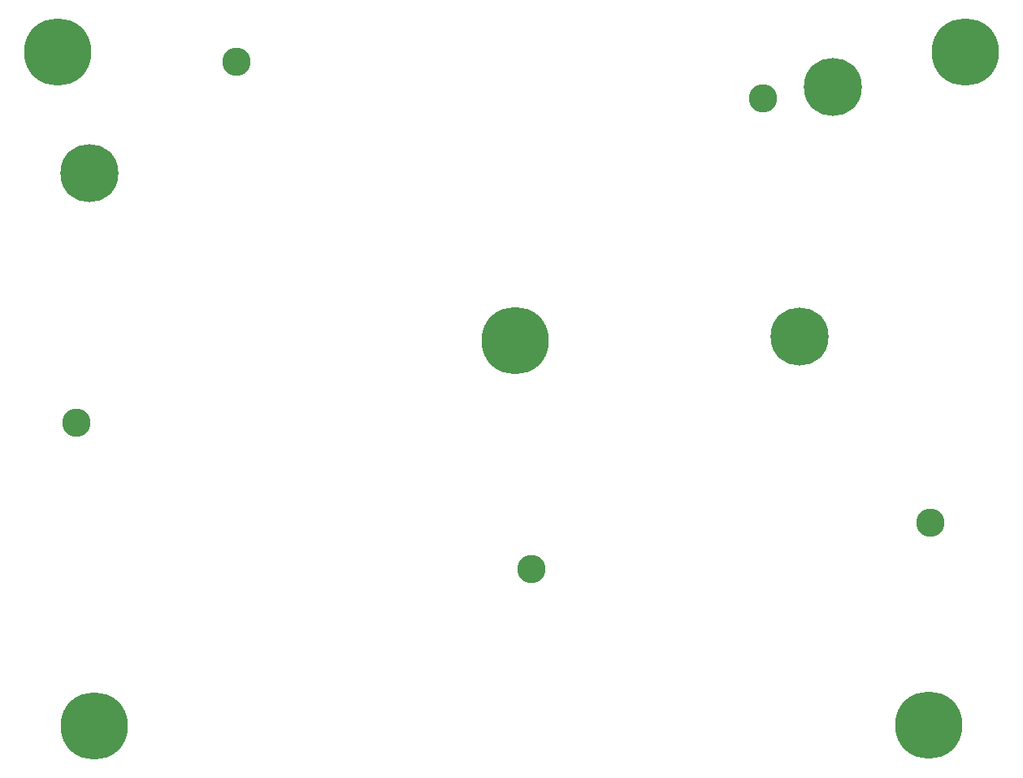
<source format=gbr>
%TF.GenerationSoftware,KiCad,Pcbnew,9.0.7*%
%TF.CreationDate,2026-02-04T15:52:09+00:00*%
%TF.ProjectId,FED3 tester 1st production aux,46454433-2074-4657-9374-657220317374,rev?*%
%TF.SameCoordinates,PX6146580PY6dc4960*%
%TF.FileFunction,NonPlated,1,4,NPTH,Drill*%
%TF.FilePolarity,Positive*%
%FSLAX46Y46*%
G04 Gerber Fmt 4.6, Leading zero omitted, Abs format (unit mm)*
G04 Created by KiCad (PCBNEW 9.0.7) date 2026-02-04 15:52:09*
%MOMM*%
%LPD*%
G01*
G04 APERTURE LIST*
%TA.AperFunction,ComponentDrill*%
%ADD10C,2.950000*%
%TD*%
%TA.AperFunction,ComponentDrill*%
%ADD11C,6.050000*%
%TD*%
%TA.AperFunction,ComponentDrill*%
%ADD12C,7.000000*%
%TD*%
G04 APERTURE END LIST*
D10*
%TO.C,*%
X3700000Y37041049D03*
X20350000Y74650000D03*
X51100000Y21841049D03*
X75200000Y70891049D03*
X92650000Y26641049D03*
D11*
X5001100Y63050000D03*
%TO.C,@HOLE6*%
X79000000Y46050000D03*
%TO.C,@HOLE0*%
X82500000Y72050000D03*
D12*
%TO.C,*%
X1750000Y75650000D03*
X5500000Y5500000D03*
X49401100Y45650000D03*
X92500000Y5550000D03*
X96300000Y75650000D03*
M02*

</source>
